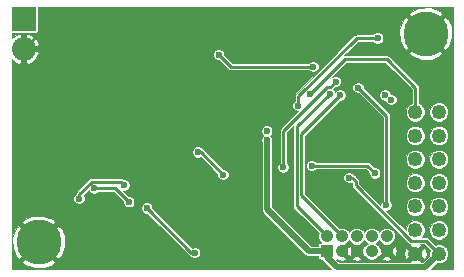
<source format=gbl>
G04 #@! TF.FileFunction,Copper,L2,Bot,Signal*
%FSLAX46Y46*%
G04 Gerber Fmt 4.6, Leading zero omitted, Abs format (unit mm)*
G04 Created by KiCad (PCBNEW 0.201512051502+6347~38~ubuntu15.10.1-stable) date Sun 06 Dec 2015 10:28:51 PM EST*
%MOMM*%
G01*
G04 APERTURE LIST*
%ADD10C,0.100000*%
%ADD11R,1.050000X1.050000*%
%ADD12C,1.050000*%
%ADD13R,2.032000X2.032000*%
%ADD14O,2.032000X2.032000*%
%ADD15C,1.250000*%
%ADD16C,3.800000*%
%ADD17C,0.600000*%
%ADD18C,0.250000*%
%ADD19C,0.350000*%
%ADD20C,0.500000*%
%ADD21C,0.125000*%
G04 APERTURE END LIST*
D10*
D11*
X156210000Y-107696000D03*
D12*
X157480000Y-107696000D03*
X158750000Y-107696000D03*
X160020000Y-107696000D03*
X161290000Y-107696000D03*
X157480000Y-106426000D03*
X158750000Y-106426000D03*
X160020000Y-106426000D03*
X161290000Y-106426000D03*
X156210000Y-106426000D03*
D13*
X130556000Y-88011000D03*
D14*
X130556000Y-90551000D03*
D15*
X165703000Y-107918000D03*
X163703000Y-107918000D03*
X165703000Y-105918000D03*
X163703000Y-105918000D03*
X165703000Y-103918000D03*
X163703000Y-103918000D03*
X165703000Y-101918000D03*
X163703000Y-101918000D03*
X165703000Y-99918000D03*
X163703000Y-99918000D03*
X165703000Y-97918000D03*
X163703000Y-97918000D03*
X165703000Y-95918000D03*
X163703000Y-95918000D03*
D16*
X131826000Y-106934000D03*
X164592000Y-89281000D03*
D17*
X161671000Y-94869000D03*
X161163000Y-94488000D03*
X154686000Y-99568000D03*
X154686000Y-98933000D03*
X154686000Y-98298000D03*
X149225000Y-94234000D03*
X149225000Y-94996000D03*
X140208000Y-106299000D03*
X139192000Y-106299000D03*
X139700000Y-106807000D03*
X140208000Y-107315000D03*
X135001000Y-87249000D03*
X134366000Y-87249000D03*
X133731000Y-87249000D03*
X149987000Y-87376000D03*
X149352000Y-87376000D03*
X148717000Y-87376000D03*
X148082000Y-87376000D03*
X140843000Y-102362000D03*
X142367000Y-100076000D03*
X142367000Y-99314000D03*
X143129000Y-99314000D03*
X151892000Y-101219000D03*
X152235828Y-101800706D03*
X149352000Y-102108000D03*
X149860000Y-102616000D03*
X150241000Y-103251000D03*
X152527000Y-108966000D03*
X153162000Y-108966000D03*
X153797000Y-108966000D03*
X154432000Y-108966000D03*
X147193000Y-106045000D03*
X146685000Y-105283000D03*
X147447000Y-105283000D03*
X139446000Y-93472000D03*
X140081000Y-93218000D03*
X140208000Y-93853000D03*
X143226000Y-103916000D03*
X144526000Y-103916000D03*
X144526000Y-102616000D03*
X143226000Y-102616000D03*
X148209000Y-98298000D03*
X148844000Y-98298000D03*
X158877000Y-97208000D03*
X157152000Y-97208000D03*
X157152000Y-98933000D03*
X158877000Y-98933000D03*
X145288000Y-99314000D03*
X147447000Y-101219000D03*
X151130000Y-98298000D03*
X151130000Y-97536000D03*
X158115000Y-101473000D03*
X145034000Y-107823000D03*
X140970000Y-104041010D03*
X154813000Y-94361000D03*
X156464000Y-94361000D03*
X157353000Y-94488000D03*
X161250262Y-103798738D03*
X158877000Y-93853000D03*
X153797000Y-95377000D03*
X160528000Y-89662000D03*
X152527000Y-100584000D03*
X156965034Y-93338863D03*
X160274000Y-101092000D03*
X154940000Y-100457000D03*
X139446000Y-103516000D03*
X136525000Y-102362000D03*
X135255000Y-103251000D03*
X139065000Y-102108000D03*
X147066000Y-91059000D03*
X155067000Y-92075000D03*
D18*
X130556000Y-90551000D02*
X133731000Y-87376000D01*
X133731000Y-87376000D02*
X133731000Y-87249000D01*
X154686000Y-98298000D02*
X154686000Y-98933000D01*
X149225000Y-94996000D02*
X149225000Y-94234000D01*
X139192000Y-106299000D02*
X140208000Y-106299000D01*
X140208000Y-107315000D02*
X139700000Y-106807000D01*
X134366000Y-87249000D02*
X135001000Y-87249000D01*
X149352000Y-87376000D02*
X149987000Y-87376000D01*
X148082000Y-87376000D02*
X148717000Y-87376000D01*
X143129000Y-99314000D02*
X142367000Y-99314000D01*
X152235828Y-101800706D02*
X152235828Y-101562828D01*
X152235828Y-101562828D02*
X151892000Y-101219000D01*
X150241000Y-103251000D02*
X150241000Y-102997000D01*
X150241000Y-102997000D02*
X149860000Y-102616000D01*
X153162000Y-108966000D02*
X152527000Y-108966000D01*
X154432000Y-108966000D02*
X153797000Y-108966000D01*
X147447000Y-105283000D02*
X146685000Y-105283000D01*
D19*
X140208000Y-93853000D02*
X140208000Y-93345000D01*
X140208000Y-93345000D02*
X140081000Y-93218000D01*
D18*
X147447000Y-101219000D02*
X145542000Y-99314000D01*
X145542000Y-99314000D02*
X145288000Y-99314000D01*
X158115000Y-101473000D02*
X158369000Y-101473000D01*
D20*
X156210000Y-107696000D02*
X156210000Y-108229002D01*
X151130000Y-104149000D02*
X154677000Y-107696000D01*
X154677000Y-107696000D02*
X156210000Y-107696000D01*
X156210000Y-108204000D02*
X156210000Y-108229002D01*
X156210000Y-108229002D02*
X157059999Y-109079001D01*
X157059999Y-109079001D02*
X164541999Y-109079001D01*
X164541999Y-109079001D02*
X165078001Y-108542999D01*
X165078001Y-108542999D02*
X165703000Y-107918000D01*
X151130000Y-98298000D02*
X151130000Y-104149000D01*
D18*
X158369000Y-101473000D02*
X158668999Y-101772999D01*
X158668999Y-101772999D02*
X158668999Y-102142001D01*
X158668999Y-102142001D02*
X163333998Y-106807000D01*
X163333998Y-106807000D02*
X164592000Y-106807000D01*
X164592000Y-106807000D02*
X165078001Y-107293001D01*
X165078001Y-107293001D02*
X165703000Y-107918000D01*
X140970000Y-104041010D02*
X144751990Y-107823000D01*
X144751990Y-107823000D02*
X145034000Y-107823000D01*
X161290000Y-91440000D02*
X163703000Y-93853000D01*
X163703000Y-93853000D02*
X163703000Y-95918000D01*
X154813000Y-94361000D02*
X157734000Y-91440000D01*
X157734000Y-91440000D02*
X161290000Y-91440000D01*
X153683989Y-97141011D02*
X153683989Y-103899989D01*
X153683989Y-103899989D02*
X156210000Y-106426000D01*
X153683989Y-97141011D02*
X156464000Y-94361000D01*
X154033999Y-97807001D02*
X154033999Y-102979999D01*
X154033999Y-102979999D02*
X157480000Y-106426000D01*
X154033999Y-97807001D02*
X157353000Y-94488000D01*
X158877000Y-93853000D02*
X161250262Y-96226262D01*
X161250262Y-96226262D02*
X161250262Y-103798738D01*
X160528000Y-89662000D02*
X158734998Y-89662000D01*
X158734998Y-89662000D02*
X153797000Y-94599998D01*
X153797000Y-94599998D02*
X153797000Y-95377000D01*
X152527000Y-97520998D02*
X152527000Y-100584000D01*
X156211999Y-93835999D02*
X156467898Y-93835999D01*
X156467898Y-93835999D02*
X156965034Y-93338863D01*
X152527000Y-97520998D02*
X156211999Y-93835999D01*
X159639000Y-100457000D02*
X154940000Y-100457000D01*
X160274000Y-101092000D02*
X159639000Y-100457000D01*
X136525000Y-102362000D02*
X138292000Y-102362000D01*
X138292000Y-102362000D02*
X139446000Y-103516000D01*
X139065000Y-102108000D02*
X138765001Y-101808001D01*
X135255000Y-102854998D02*
X135255000Y-103251000D01*
X138765001Y-101808001D02*
X136301997Y-101808001D01*
X136301997Y-101808001D02*
X135255000Y-102854998D01*
X155067000Y-92075000D02*
X148082000Y-92075000D01*
X148082000Y-92075000D02*
X147066000Y-91059000D01*
D21*
G36*
X166869500Y-109211500D02*
X165028218Y-109211500D01*
X165518547Y-108721171D01*
X165540675Y-108730359D01*
X165863907Y-108730641D01*
X166162643Y-108607206D01*
X166391402Y-108378845D01*
X166515359Y-108080325D01*
X166515641Y-107757093D01*
X166392206Y-107458357D01*
X166163845Y-107229598D01*
X165865325Y-107105641D01*
X165542093Y-107105359D01*
X165393640Y-107166698D01*
X164812971Y-106586029D01*
X164784646Y-106567103D01*
X164711589Y-106518288D01*
X164592000Y-106494500D01*
X164275545Y-106494500D01*
X164391402Y-106378845D01*
X164515359Y-106080325D01*
X164515360Y-106078907D01*
X164890359Y-106078907D01*
X165013794Y-106377643D01*
X165242155Y-106606402D01*
X165540675Y-106730359D01*
X165863907Y-106730641D01*
X166162643Y-106607206D01*
X166391402Y-106378845D01*
X166515359Y-106080325D01*
X166515641Y-105757093D01*
X166392206Y-105458357D01*
X166163845Y-105229598D01*
X165865325Y-105105641D01*
X165542093Y-105105359D01*
X165243357Y-105228794D01*
X165014598Y-105457155D01*
X164890641Y-105755675D01*
X164890359Y-106078907D01*
X164515360Y-106078907D01*
X164515641Y-105757093D01*
X164392206Y-105458357D01*
X164163845Y-105229598D01*
X163865325Y-105105641D01*
X163542093Y-105105359D01*
X163243357Y-105228794D01*
X163014598Y-105457155D01*
X162890641Y-105755675D01*
X162890496Y-105921556D01*
X161255183Y-104286243D01*
X161346806Y-104286323D01*
X161526048Y-104212262D01*
X161659635Y-104078907D01*
X162890359Y-104078907D01*
X163013794Y-104377643D01*
X163242155Y-104606402D01*
X163540675Y-104730359D01*
X163863907Y-104730641D01*
X164162643Y-104607206D01*
X164391402Y-104378845D01*
X164515359Y-104080325D01*
X164515360Y-104078907D01*
X164890359Y-104078907D01*
X165013794Y-104377643D01*
X165242155Y-104606402D01*
X165540675Y-104730359D01*
X165863907Y-104730641D01*
X166162643Y-104607206D01*
X166391402Y-104378845D01*
X166515359Y-104080325D01*
X166515641Y-103757093D01*
X166392206Y-103458357D01*
X166163845Y-103229598D01*
X165865325Y-103105641D01*
X165542093Y-103105359D01*
X165243357Y-103228794D01*
X165014598Y-103457155D01*
X164890641Y-103755675D01*
X164890359Y-104078907D01*
X164515360Y-104078907D01*
X164515641Y-103757093D01*
X164392206Y-103458357D01*
X164163845Y-103229598D01*
X163865325Y-103105641D01*
X163542093Y-103105359D01*
X163243357Y-103228794D01*
X163014598Y-103457155D01*
X162890641Y-103755675D01*
X162890359Y-104078907D01*
X161659635Y-104078907D01*
X161663304Y-104075245D01*
X161737677Y-103896133D01*
X161737847Y-103702194D01*
X161663786Y-103522952D01*
X161562762Y-103421752D01*
X161562762Y-102078907D01*
X162890359Y-102078907D01*
X163013794Y-102377643D01*
X163242155Y-102606402D01*
X163540675Y-102730359D01*
X163863907Y-102730641D01*
X164162643Y-102607206D01*
X164391402Y-102378845D01*
X164515359Y-102080325D01*
X164515360Y-102078907D01*
X164890359Y-102078907D01*
X165013794Y-102377643D01*
X165242155Y-102606402D01*
X165540675Y-102730359D01*
X165863907Y-102730641D01*
X166162643Y-102607206D01*
X166391402Y-102378845D01*
X166515359Y-102080325D01*
X166515641Y-101757093D01*
X166392206Y-101458357D01*
X166163845Y-101229598D01*
X165865325Y-101105641D01*
X165542093Y-101105359D01*
X165243357Y-101228794D01*
X165014598Y-101457155D01*
X164890641Y-101755675D01*
X164890359Y-102078907D01*
X164515360Y-102078907D01*
X164515641Y-101757093D01*
X164392206Y-101458357D01*
X164163845Y-101229598D01*
X163865325Y-101105641D01*
X163542093Y-101105359D01*
X163243357Y-101228794D01*
X163014598Y-101457155D01*
X162890641Y-101755675D01*
X162890359Y-102078907D01*
X161562762Y-102078907D01*
X161562762Y-100078907D01*
X162890359Y-100078907D01*
X163013794Y-100377643D01*
X163242155Y-100606402D01*
X163540675Y-100730359D01*
X163863907Y-100730641D01*
X164162643Y-100607206D01*
X164391402Y-100378845D01*
X164515359Y-100080325D01*
X164515360Y-100078907D01*
X164890359Y-100078907D01*
X165013794Y-100377643D01*
X165242155Y-100606402D01*
X165540675Y-100730359D01*
X165863907Y-100730641D01*
X166162643Y-100607206D01*
X166391402Y-100378845D01*
X166515359Y-100080325D01*
X166515641Y-99757093D01*
X166392206Y-99458357D01*
X166163845Y-99229598D01*
X165865325Y-99105641D01*
X165542093Y-99105359D01*
X165243357Y-99228794D01*
X165014598Y-99457155D01*
X164890641Y-99755675D01*
X164890359Y-100078907D01*
X164515360Y-100078907D01*
X164515641Y-99757093D01*
X164392206Y-99458357D01*
X164163845Y-99229598D01*
X163865325Y-99105641D01*
X163542093Y-99105359D01*
X163243357Y-99228794D01*
X163014598Y-99457155D01*
X162890641Y-99755675D01*
X162890359Y-100078907D01*
X161562762Y-100078907D01*
X161562762Y-98078907D01*
X162890359Y-98078907D01*
X163013794Y-98377643D01*
X163242155Y-98606402D01*
X163540675Y-98730359D01*
X163863907Y-98730641D01*
X164162643Y-98607206D01*
X164391402Y-98378845D01*
X164515359Y-98080325D01*
X164515360Y-98078907D01*
X164890359Y-98078907D01*
X165013794Y-98377643D01*
X165242155Y-98606402D01*
X165540675Y-98730359D01*
X165863907Y-98730641D01*
X166162643Y-98607206D01*
X166391402Y-98378845D01*
X166515359Y-98080325D01*
X166515641Y-97757093D01*
X166392206Y-97458357D01*
X166163845Y-97229598D01*
X165865325Y-97105641D01*
X165542093Y-97105359D01*
X165243357Y-97228794D01*
X165014598Y-97457155D01*
X164890641Y-97755675D01*
X164890359Y-98078907D01*
X164515360Y-98078907D01*
X164515641Y-97757093D01*
X164392206Y-97458357D01*
X164163845Y-97229598D01*
X163865325Y-97105641D01*
X163542093Y-97105359D01*
X163243357Y-97228794D01*
X163014598Y-97457155D01*
X162890641Y-97755675D01*
X162890359Y-98078907D01*
X161562762Y-98078907D01*
X161562762Y-96226262D01*
X161538974Y-96106673D01*
X161471233Y-96005291D01*
X160050486Y-94584544D01*
X160675415Y-94584544D01*
X160749476Y-94763786D01*
X160886493Y-94901042D01*
X161065605Y-94975415D01*
X161187538Y-94975522D01*
X161257476Y-95144786D01*
X161394493Y-95282042D01*
X161573605Y-95356415D01*
X161767544Y-95356585D01*
X161946786Y-95282524D01*
X162084042Y-95145507D01*
X162158415Y-94966395D01*
X162158585Y-94772456D01*
X162084524Y-94593214D01*
X161947507Y-94455958D01*
X161768395Y-94381585D01*
X161646462Y-94381478D01*
X161576524Y-94212214D01*
X161439507Y-94074958D01*
X161260395Y-94000585D01*
X161066456Y-94000415D01*
X160887214Y-94074476D01*
X160749958Y-94211493D01*
X160675585Y-94390605D01*
X160675415Y-94584544D01*
X160050486Y-94584544D01*
X159364460Y-93898518D01*
X159364585Y-93756456D01*
X159290524Y-93577214D01*
X159153507Y-93439958D01*
X158974395Y-93365585D01*
X158780456Y-93365415D01*
X158601214Y-93439476D01*
X158463958Y-93576493D01*
X158389585Y-93755605D01*
X158389415Y-93949544D01*
X158463476Y-94128786D01*
X158600493Y-94266042D01*
X158779605Y-94340415D01*
X158922598Y-94340540D01*
X160937762Y-96355704D01*
X160937762Y-103421864D01*
X160837220Y-103522231D01*
X160762847Y-103701343D01*
X160762766Y-103793826D01*
X158981499Y-102012559D01*
X158981499Y-101772999D01*
X158976683Y-101748786D01*
X158957712Y-101653411D01*
X158889970Y-101552028D01*
X158589971Y-101252029D01*
X158540539Y-101219000D01*
X158536376Y-101216218D01*
X158528524Y-101197214D01*
X158391507Y-101059958D01*
X158212395Y-100985585D01*
X158018456Y-100985415D01*
X157839214Y-101059476D01*
X157701958Y-101196493D01*
X157627585Y-101375605D01*
X157627415Y-101569544D01*
X157701476Y-101748786D01*
X157838493Y-101886042D01*
X158017605Y-101960415D01*
X158211544Y-101960585D01*
X158355261Y-101901203D01*
X158356499Y-101902441D01*
X158356499Y-102142001D01*
X158380287Y-102261590D01*
X158447379Y-102362000D01*
X158448028Y-102362972D01*
X163113027Y-107027971D01*
X163214410Y-107095713D01*
X163269407Y-107106652D01*
X163230475Y-107174653D01*
X163703000Y-107647178D01*
X164175525Y-107174653D01*
X164143949Y-107119500D01*
X164462558Y-107119500D01*
X164951696Y-107608638D01*
X164890641Y-107755675D01*
X164890359Y-108078907D01*
X164900012Y-108102270D01*
X164360781Y-108641501D01*
X164155679Y-108641501D01*
X163703000Y-108188822D01*
X163250321Y-108641501D01*
X157241217Y-108641501D01*
X157023270Y-108423554D01*
X157081580Y-108365245D01*
X157143337Y-108485176D01*
X157470969Y-108553938D01*
X157799976Y-108492088D01*
X157816663Y-108485176D01*
X157878421Y-108365243D01*
X158351579Y-108365243D01*
X158413337Y-108485176D01*
X158740969Y-108553938D01*
X159069976Y-108492088D01*
X159086663Y-108485176D01*
X159148421Y-108365243D01*
X158750000Y-107966822D01*
X158351579Y-108365243D01*
X157878421Y-108365243D01*
X157480000Y-107966822D01*
X157465858Y-107980964D01*
X157195036Y-107710142D01*
X157209178Y-107696000D01*
X157750822Y-107696000D01*
X157926852Y-107872030D01*
X157953912Y-108015976D01*
X157960824Y-108032663D01*
X158080757Y-108094421D01*
X158115000Y-108060178D01*
X158149243Y-108094421D01*
X158269176Y-108032663D01*
X158302820Y-107872358D01*
X158479178Y-107696000D01*
X158303148Y-107519970D01*
X158276088Y-107376024D01*
X158269176Y-107359337D01*
X158149243Y-107297579D01*
X158115000Y-107331822D01*
X158080757Y-107297579D01*
X157960824Y-107359337D01*
X157927180Y-107519642D01*
X157750822Y-107696000D01*
X157209178Y-107696000D01*
X157195036Y-107681858D01*
X157465858Y-107411036D01*
X157480000Y-107425178D01*
X157868970Y-107036208D01*
X157883072Y-107030381D01*
X158083676Y-106830126D01*
X158114942Y-106754828D01*
X158145619Y-106829072D01*
X158345874Y-107029676D01*
X158360622Y-107035800D01*
X158750000Y-107425178D01*
X159138970Y-107036208D01*
X159153072Y-107030381D01*
X159353676Y-106830126D01*
X159384942Y-106754828D01*
X159415619Y-106829072D01*
X159615874Y-107029676D01*
X159691172Y-107060942D01*
X159616928Y-107091619D01*
X159416324Y-107291874D01*
X159410200Y-107306622D01*
X159020822Y-107696000D01*
X159409792Y-108084970D01*
X159415619Y-108099072D01*
X159615874Y-108299676D01*
X159877653Y-108408376D01*
X160161103Y-108408624D01*
X160266093Y-108365243D01*
X160891579Y-108365243D01*
X160953337Y-108485176D01*
X161280969Y-108553938D01*
X161609976Y-108492088D01*
X161626663Y-108485176D01*
X161688421Y-108365243D01*
X161290000Y-107966822D01*
X160891579Y-108365243D01*
X160266093Y-108365243D01*
X160423072Y-108300381D01*
X160623676Y-108100126D01*
X160629800Y-108085378D01*
X161019178Y-107696000D01*
X161560822Y-107696000D01*
X161959243Y-108094421D01*
X162079176Y-108032663D01*
X162110247Y-107884618D01*
X162743635Y-107884618D01*
X162803888Y-108254292D01*
X162829437Y-108315974D01*
X162959653Y-108390525D01*
X163432178Y-107918000D01*
X163973822Y-107918000D01*
X164446347Y-108390525D01*
X164576563Y-108315974D01*
X164662365Y-107951382D01*
X164602112Y-107581708D01*
X164576563Y-107520026D01*
X164446347Y-107445475D01*
X163973822Y-107918000D01*
X163432178Y-107918000D01*
X162959653Y-107445475D01*
X162829437Y-107520026D01*
X162743635Y-107884618D01*
X162110247Y-107884618D01*
X162147938Y-107705031D01*
X162086088Y-107376024D01*
X162079176Y-107359337D01*
X161959243Y-107297579D01*
X161560822Y-107696000D01*
X161019178Y-107696000D01*
X160630208Y-107307030D01*
X160624381Y-107292928D01*
X160424126Y-107092324D01*
X160348828Y-107061058D01*
X160423072Y-107030381D01*
X160623676Y-106830126D01*
X160654942Y-106754828D01*
X160685619Y-106829072D01*
X160885874Y-107029676D01*
X160900622Y-107035800D01*
X161290000Y-107425178D01*
X161678970Y-107036208D01*
X161693072Y-107030381D01*
X161893676Y-106830126D01*
X162002376Y-106568347D01*
X162002624Y-106284897D01*
X161894381Y-106022928D01*
X161694126Y-105822324D01*
X161432347Y-105713624D01*
X161148897Y-105713376D01*
X160886928Y-105821619D01*
X160686324Y-106021874D01*
X160655058Y-106097172D01*
X160624381Y-106022928D01*
X160424126Y-105822324D01*
X160162347Y-105713624D01*
X159878897Y-105713376D01*
X159616928Y-105821619D01*
X159416324Y-106021874D01*
X159385058Y-106097172D01*
X159354381Y-106022928D01*
X159154126Y-105822324D01*
X158892347Y-105713624D01*
X158608897Y-105713376D01*
X158346928Y-105821619D01*
X158146324Y-106021874D01*
X158115058Y-106097172D01*
X158084381Y-106022928D01*
X157884126Y-105822324D01*
X157622347Y-105713624D01*
X157338897Y-105713376D01*
X157247204Y-105751262D01*
X154346499Y-102850557D01*
X154346499Y-100553544D01*
X154452415Y-100553544D01*
X154526476Y-100732786D01*
X154663493Y-100870042D01*
X154842605Y-100944415D01*
X155036544Y-100944585D01*
X155215786Y-100870524D01*
X155316986Y-100769500D01*
X159509558Y-100769500D01*
X159786540Y-101046482D01*
X159786415Y-101188544D01*
X159860476Y-101367786D01*
X159997493Y-101505042D01*
X160176605Y-101579415D01*
X160370544Y-101579585D01*
X160549786Y-101505524D01*
X160687042Y-101368507D01*
X160761415Y-101189395D01*
X160761585Y-100995456D01*
X160687524Y-100816214D01*
X160550507Y-100678958D01*
X160371395Y-100604585D01*
X160228402Y-100604460D01*
X159859971Y-100236029D01*
X159758589Y-100168288D01*
X159639000Y-100144500D01*
X155316874Y-100144500D01*
X155216507Y-100043958D01*
X155037395Y-99969585D01*
X154843456Y-99969415D01*
X154664214Y-100043476D01*
X154526958Y-100180493D01*
X154452585Y-100359605D01*
X154452415Y-100553544D01*
X154346499Y-100553544D01*
X154346499Y-97936443D01*
X157307482Y-94975460D01*
X157449544Y-94975585D01*
X157628786Y-94901524D01*
X157766042Y-94764507D01*
X157840415Y-94585395D01*
X157840585Y-94391456D01*
X157766524Y-94212214D01*
X157629507Y-94074958D01*
X157450395Y-94000585D01*
X157256456Y-94000415D01*
X157077214Y-94074476D01*
X156939958Y-94211493D01*
X156934817Y-94223874D01*
X156877524Y-94085214D01*
X156769169Y-93976670D01*
X156919516Y-93826323D01*
X157061578Y-93826448D01*
X157240820Y-93752387D01*
X157378076Y-93615370D01*
X157452449Y-93436258D01*
X157452619Y-93242319D01*
X157378558Y-93063077D01*
X157241541Y-92925821D01*
X157062429Y-92851448D01*
X156868490Y-92851278D01*
X156691557Y-92924385D01*
X157863442Y-91752500D01*
X161160558Y-91752500D01*
X163390500Y-93982442D01*
X163390500Y-95167996D01*
X163243357Y-95228794D01*
X163014598Y-95457155D01*
X162890641Y-95755675D01*
X162890359Y-96078907D01*
X163013794Y-96377643D01*
X163242155Y-96606402D01*
X163540675Y-96730359D01*
X163863907Y-96730641D01*
X164162643Y-96607206D01*
X164391402Y-96378845D01*
X164515359Y-96080325D01*
X164515360Y-96078907D01*
X164890359Y-96078907D01*
X165013794Y-96377643D01*
X165242155Y-96606402D01*
X165540675Y-96730359D01*
X165863907Y-96730641D01*
X166162643Y-96607206D01*
X166391402Y-96378845D01*
X166515359Y-96080325D01*
X166515641Y-95757093D01*
X166392206Y-95458357D01*
X166163845Y-95229598D01*
X165865325Y-95105641D01*
X165542093Y-95105359D01*
X165243357Y-95228794D01*
X165014598Y-95457155D01*
X164890641Y-95755675D01*
X164890359Y-96078907D01*
X164515360Y-96078907D01*
X164515641Y-95757093D01*
X164392206Y-95458357D01*
X164163845Y-95229598D01*
X164015500Y-95167999D01*
X164015500Y-93853000D01*
X163991712Y-93733411D01*
X163923971Y-93632029D01*
X161510971Y-91219029D01*
X161505393Y-91215302D01*
X161409589Y-91151288D01*
X161290000Y-91127500D01*
X157734000Y-91127500D01*
X157705838Y-91133102D01*
X157886428Y-90952512D01*
X163191310Y-90952512D01*
X163423355Y-91215302D01*
X164252538Y-91515283D01*
X165133401Y-91475115D01*
X165760645Y-91215302D01*
X165992690Y-90952512D01*
X164592000Y-89551822D01*
X163191310Y-90952512D01*
X157886428Y-90952512D01*
X158864440Y-89974500D01*
X160151126Y-89974500D01*
X160251493Y-90075042D01*
X160430605Y-90149415D01*
X160624544Y-90149585D01*
X160803786Y-90075524D01*
X160941042Y-89938507D01*
X161015415Y-89759395D01*
X161015585Y-89565456D01*
X160941524Y-89386214D01*
X160804507Y-89248958D01*
X160625395Y-89174585D01*
X160431456Y-89174415D01*
X160252214Y-89248476D01*
X160151014Y-89349500D01*
X158734998Y-89349500D01*
X158615410Y-89373287D01*
X158514027Y-89441029D01*
X153576029Y-94379027D01*
X153508288Y-94480409D01*
X153484500Y-94599998D01*
X153484500Y-95000126D01*
X153383958Y-95100493D01*
X153309585Y-95279605D01*
X153309415Y-95473544D01*
X153383476Y-95652786D01*
X153520493Y-95790042D01*
X153699605Y-95864415D01*
X153741604Y-95864452D01*
X152306029Y-97300027D01*
X152238288Y-97401409D01*
X152214500Y-97520998D01*
X152214500Y-100207126D01*
X152113958Y-100307493D01*
X152039585Y-100486605D01*
X152039415Y-100680544D01*
X152113476Y-100859786D01*
X152250493Y-100997042D01*
X152429605Y-101071415D01*
X152623544Y-101071585D01*
X152802786Y-100997524D01*
X152940042Y-100860507D01*
X153014415Y-100681395D01*
X153014585Y-100487456D01*
X152940524Y-100308214D01*
X152839500Y-100207014D01*
X152839500Y-97650440D01*
X153377091Y-97112849D01*
X153371489Y-97141011D01*
X153371489Y-103899989D01*
X153395277Y-104019578D01*
X153456522Y-104111238D01*
X153463018Y-104120960D01*
X155535205Y-106193147D01*
X155497624Y-106283653D01*
X155497376Y-106567103D01*
X155605619Y-106829072D01*
X155756112Y-106979827D01*
X155685000Y-106979827D01*
X155615517Y-106992901D01*
X155551701Y-107033966D01*
X155508889Y-107096623D01*
X155493827Y-107171000D01*
X155493827Y-107258500D01*
X154858219Y-107258500D01*
X151567500Y-103967782D01*
X151567500Y-98515605D01*
X151617415Y-98395395D01*
X151617585Y-98201456D01*
X151543524Y-98022214D01*
X151438430Y-97916937D01*
X151543042Y-97812507D01*
X151617415Y-97633395D01*
X151617585Y-97439456D01*
X151543524Y-97260214D01*
X151406507Y-97122958D01*
X151227395Y-97048585D01*
X151033456Y-97048415D01*
X150854214Y-97122476D01*
X150716958Y-97259493D01*
X150642585Y-97438605D01*
X150642415Y-97632544D01*
X150716476Y-97811786D01*
X150821570Y-97917063D01*
X150716958Y-98021493D01*
X150642585Y-98200605D01*
X150642415Y-98394544D01*
X150692500Y-98515759D01*
X150692500Y-104149000D01*
X150725803Y-104316424D01*
X150820641Y-104458359D01*
X154367641Y-108005360D01*
X154451779Y-108061578D01*
X154509576Y-108100197D01*
X154677000Y-108133500D01*
X155493827Y-108133500D01*
X155493827Y-108221000D01*
X155506901Y-108290483D01*
X155547966Y-108354299D01*
X155610623Y-108397111D01*
X155685000Y-108412173D01*
X155816325Y-108412173D01*
X155900641Y-108538361D01*
X156573780Y-109211500D01*
X129548500Y-109211500D01*
X129548500Y-108605512D01*
X130425310Y-108605512D01*
X130657355Y-108868302D01*
X131486538Y-109168283D01*
X132367401Y-109128115D01*
X132994645Y-108868302D01*
X133226690Y-108605512D01*
X131826000Y-107204822D01*
X130425310Y-108605512D01*
X129548500Y-108605512D01*
X129548500Y-106594538D01*
X129591717Y-106594538D01*
X129631885Y-107475401D01*
X129891698Y-108102645D01*
X130154488Y-108334690D01*
X131555178Y-106934000D01*
X132096822Y-106934000D01*
X133497512Y-108334690D01*
X133760302Y-108102645D01*
X134060283Y-107273462D01*
X134020115Y-106392599D01*
X133760302Y-105765355D01*
X133497512Y-105533310D01*
X132096822Y-106934000D01*
X131555178Y-106934000D01*
X130154488Y-105533310D01*
X129891698Y-105765355D01*
X129591717Y-106594538D01*
X129548500Y-106594538D01*
X129548500Y-105262488D01*
X130425310Y-105262488D01*
X131826000Y-106663178D01*
X133226690Y-105262488D01*
X132994645Y-104999698D01*
X132165462Y-104699717D01*
X131284599Y-104739885D01*
X130657355Y-104999698D01*
X130425310Y-105262488D01*
X129548500Y-105262488D01*
X129548500Y-104137554D01*
X140482415Y-104137554D01*
X140556476Y-104316796D01*
X140693493Y-104454052D01*
X140872605Y-104528425D01*
X141015598Y-104528550D01*
X144531019Y-108043971D01*
X144632402Y-108111713D01*
X144633623Y-108111956D01*
X144757493Y-108236042D01*
X144936605Y-108310415D01*
X145130544Y-108310585D01*
X145309786Y-108236524D01*
X145447042Y-108099507D01*
X145521415Y-107920395D01*
X145521585Y-107726456D01*
X145447524Y-107547214D01*
X145310507Y-107409958D01*
X145131395Y-107335585D01*
X144937456Y-107335415D01*
X144773919Y-107402987D01*
X141457460Y-104086528D01*
X141457585Y-103944466D01*
X141383524Y-103765224D01*
X141246507Y-103627968D01*
X141067395Y-103553595D01*
X140873456Y-103553425D01*
X140694214Y-103627486D01*
X140556958Y-103764503D01*
X140482585Y-103943615D01*
X140482415Y-104137554D01*
X129548500Y-104137554D01*
X129548500Y-103347544D01*
X134767415Y-103347544D01*
X134841476Y-103526786D01*
X134978493Y-103664042D01*
X135157605Y-103738415D01*
X135351544Y-103738585D01*
X135530786Y-103664524D01*
X135668042Y-103527507D01*
X135742415Y-103348395D01*
X135742585Y-103154456D01*
X135668524Y-102975214D01*
X135622665Y-102929275D01*
X136053783Y-102498157D01*
X136111476Y-102637786D01*
X136248493Y-102775042D01*
X136427605Y-102849415D01*
X136621544Y-102849585D01*
X136800786Y-102775524D01*
X136901986Y-102674500D01*
X138162558Y-102674500D01*
X138958540Y-103470482D01*
X138958415Y-103612544D01*
X139032476Y-103791786D01*
X139169493Y-103929042D01*
X139348605Y-104003415D01*
X139542544Y-104003585D01*
X139721786Y-103929524D01*
X139859042Y-103792507D01*
X139933415Y-103613395D01*
X139933585Y-103419456D01*
X139859524Y-103240214D01*
X139722507Y-103102958D01*
X139543395Y-103028585D01*
X139400402Y-103028460D01*
X138967181Y-102595239D01*
X138967605Y-102595415D01*
X139161544Y-102595585D01*
X139340786Y-102521524D01*
X139478042Y-102384507D01*
X139552415Y-102205395D01*
X139552585Y-102011456D01*
X139478524Y-101832214D01*
X139341507Y-101694958D01*
X139162395Y-101620585D01*
X139019402Y-101620460D01*
X138985972Y-101587030D01*
X138959802Y-101569544D01*
X138884590Y-101519289D01*
X138765001Y-101495501D01*
X136301997Y-101495501D01*
X136182408Y-101519289D01*
X136107196Y-101569544D01*
X136081026Y-101587030D01*
X135034029Y-102634027D01*
X134966288Y-102735409D01*
X134942500Y-102854998D01*
X134942500Y-102874126D01*
X134841958Y-102974493D01*
X134767585Y-103153605D01*
X134767415Y-103347544D01*
X129548500Y-103347544D01*
X129548500Y-99410544D01*
X144800415Y-99410544D01*
X144874476Y-99589786D01*
X145011493Y-99727042D01*
X145190605Y-99801415D01*
X145384544Y-99801585D01*
X145528261Y-99742203D01*
X146959540Y-101173482D01*
X146959415Y-101315544D01*
X147033476Y-101494786D01*
X147170493Y-101632042D01*
X147349605Y-101706415D01*
X147543544Y-101706585D01*
X147722786Y-101632524D01*
X147860042Y-101495507D01*
X147934415Y-101316395D01*
X147934585Y-101122456D01*
X147860524Y-100943214D01*
X147723507Y-100805958D01*
X147544395Y-100731585D01*
X147401402Y-100731460D01*
X145762971Y-99093029D01*
X145709376Y-99057218D01*
X145701524Y-99038214D01*
X145564507Y-98900958D01*
X145385395Y-98826585D01*
X145191456Y-98826415D01*
X145012214Y-98900476D01*
X144874958Y-99037493D01*
X144800585Y-99216605D01*
X144800415Y-99410544D01*
X129548500Y-99410544D01*
X129548500Y-91416893D01*
X129935823Y-91730399D01*
X130160573Y-91823476D01*
X130364500Y-91789659D01*
X130364500Y-90742500D01*
X130747500Y-90742500D01*
X130747500Y-91789659D01*
X130951427Y-91823476D01*
X131176177Y-91730399D01*
X131580305Y-91403291D01*
X131714892Y-91155544D01*
X146578415Y-91155544D01*
X146652476Y-91334786D01*
X146789493Y-91472042D01*
X146968605Y-91546415D01*
X147111598Y-91546540D01*
X147861029Y-92295971D01*
X147962411Y-92363712D01*
X148082000Y-92387500D01*
X154690126Y-92387500D01*
X154790493Y-92488042D01*
X154969605Y-92562415D01*
X155163544Y-92562585D01*
X155342786Y-92488524D01*
X155480042Y-92351507D01*
X155554415Y-92172395D01*
X155554585Y-91978456D01*
X155480524Y-91799214D01*
X155343507Y-91661958D01*
X155164395Y-91587585D01*
X154970456Y-91587415D01*
X154791214Y-91661476D01*
X154690014Y-91762500D01*
X148211442Y-91762500D01*
X147553460Y-91104518D01*
X147553585Y-90962456D01*
X147479524Y-90783214D01*
X147342507Y-90645958D01*
X147163395Y-90571585D01*
X146969456Y-90571415D01*
X146790214Y-90645476D01*
X146652958Y-90782493D01*
X146578585Y-90961605D01*
X146578415Y-91155544D01*
X131714892Y-91155544D01*
X131828492Y-90946430D01*
X131795559Y-90742500D01*
X130747500Y-90742500D01*
X130364500Y-90742500D01*
X130344500Y-90742500D01*
X130344500Y-90359500D01*
X130364500Y-90359500D01*
X130364500Y-89312341D01*
X130747500Y-89312341D01*
X130747500Y-90359500D01*
X131795559Y-90359500D01*
X131828492Y-90155570D01*
X131580305Y-89698709D01*
X131176177Y-89371601D01*
X130951427Y-89278524D01*
X130747500Y-89312341D01*
X130364500Y-89312341D01*
X130160573Y-89278524D01*
X129935823Y-89371601D01*
X129548500Y-89685107D01*
X129548500Y-89218173D01*
X131572000Y-89218173D01*
X131641483Y-89205099D01*
X131705299Y-89164034D01*
X131748111Y-89101377D01*
X131763173Y-89027000D01*
X131763173Y-88941538D01*
X162357717Y-88941538D01*
X162397885Y-89822401D01*
X162657698Y-90449645D01*
X162920488Y-90681690D01*
X164321178Y-89281000D01*
X164862822Y-89281000D01*
X166263512Y-90681690D01*
X166526302Y-90449645D01*
X166826283Y-89620462D01*
X166786115Y-88739599D01*
X166526302Y-88112355D01*
X166263512Y-87880310D01*
X164862822Y-89281000D01*
X164321178Y-89281000D01*
X162920488Y-87880310D01*
X162657698Y-88112355D01*
X162357717Y-88941538D01*
X131763173Y-88941538D01*
X131763173Y-87609488D01*
X163191310Y-87609488D01*
X164592000Y-89010178D01*
X165992690Y-87609488D01*
X165760645Y-87346698D01*
X164931462Y-87046717D01*
X164050599Y-87086885D01*
X163423355Y-87346698D01*
X163191310Y-87609488D01*
X131763173Y-87609488D01*
X131763173Y-87003500D01*
X166869500Y-87003500D01*
X166869500Y-109211500D01*
X166869500Y-109211500D01*
G37*
X166869500Y-109211500D02*
X165028218Y-109211500D01*
X165518547Y-108721171D01*
X165540675Y-108730359D01*
X165863907Y-108730641D01*
X166162643Y-108607206D01*
X166391402Y-108378845D01*
X166515359Y-108080325D01*
X166515641Y-107757093D01*
X166392206Y-107458357D01*
X166163845Y-107229598D01*
X165865325Y-107105641D01*
X165542093Y-107105359D01*
X165393640Y-107166698D01*
X164812971Y-106586029D01*
X164784646Y-106567103D01*
X164711589Y-106518288D01*
X164592000Y-106494500D01*
X164275545Y-106494500D01*
X164391402Y-106378845D01*
X164515359Y-106080325D01*
X164515360Y-106078907D01*
X164890359Y-106078907D01*
X165013794Y-106377643D01*
X165242155Y-106606402D01*
X165540675Y-106730359D01*
X165863907Y-106730641D01*
X166162643Y-106607206D01*
X166391402Y-106378845D01*
X166515359Y-106080325D01*
X166515641Y-105757093D01*
X166392206Y-105458357D01*
X166163845Y-105229598D01*
X165865325Y-105105641D01*
X165542093Y-105105359D01*
X165243357Y-105228794D01*
X165014598Y-105457155D01*
X164890641Y-105755675D01*
X164890359Y-106078907D01*
X164515360Y-106078907D01*
X164515641Y-105757093D01*
X164392206Y-105458357D01*
X164163845Y-105229598D01*
X163865325Y-105105641D01*
X163542093Y-105105359D01*
X163243357Y-105228794D01*
X163014598Y-105457155D01*
X162890641Y-105755675D01*
X162890496Y-105921556D01*
X161255183Y-104286243D01*
X161346806Y-104286323D01*
X161526048Y-104212262D01*
X161659635Y-104078907D01*
X162890359Y-104078907D01*
X163013794Y-104377643D01*
X163242155Y-104606402D01*
X163540675Y-104730359D01*
X163863907Y-104730641D01*
X164162643Y-104607206D01*
X164391402Y-104378845D01*
X164515359Y-104080325D01*
X164515360Y-104078907D01*
X164890359Y-104078907D01*
X165013794Y-104377643D01*
X165242155Y-104606402D01*
X165540675Y-104730359D01*
X165863907Y-104730641D01*
X166162643Y-104607206D01*
X166391402Y-104378845D01*
X166515359Y-104080325D01*
X166515641Y-103757093D01*
X166392206Y-103458357D01*
X166163845Y-103229598D01*
X165865325Y-103105641D01*
X165542093Y-103105359D01*
X165243357Y-103228794D01*
X165014598Y-103457155D01*
X164890641Y-103755675D01*
X164890359Y-104078907D01*
X164515360Y-104078907D01*
X164515641Y-103757093D01*
X164392206Y-103458357D01*
X164163845Y-103229598D01*
X163865325Y-103105641D01*
X163542093Y-103105359D01*
X163243357Y-103228794D01*
X163014598Y-103457155D01*
X162890641Y-103755675D01*
X162890359Y-104078907D01*
X161659635Y-104078907D01*
X161663304Y-104075245D01*
X161737677Y-103896133D01*
X161737847Y-103702194D01*
X161663786Y-103522952D01*
X161562762Y-103421752D01*
X161562762Y-102078907D01*
X162890359Y-102078907D01*
X163013794Y-102377643D01*
X163242155Y-102606402D01*
X163540675Y-102730359D01*
X163863907Y-102730641D01*
X164162643Y-102607206D01*
X164391402Y-102378845D01*
X164515359Y-102080325D01*
X164515360Y-102078907D01*
X164890359Y-102078907D01*
X165013794Y-102377643D01*
X165242155Y-102606402D01*
X165540675Y-102730359D01*
X165863907Y-102730641D01*
X166162643Y-102607206D01*
X166391402Y-102378845D01*
X166515359Y-102080325D01*
X166515641Y-101757093D01*
X166392206Y-101458357D01*
X166163845Y-101229598D01*
X165865325Y-101105641D01*
X165542093Y-101105359D01*
X165243357Y-101228794D01*
X165014598Y-101457155D01*
X164890641Y-101755675D01*
X164890359Y-102078907D01*
X164515360Y-102078907D01*
X164515641Y-101757093D01*
X164392206Y-101458357D01*
X164163845Y-101229598D01*
X163865325Y-101105641D01*
X163542093Y-101105359D01*
X163243357Y-101228794D01*
X163014598Y-101457155D01*
X162890641Y-101755675D01*
X162890359Y-102078907D01*
X161562762Y-102078907D01*
X161562762Y-100078907D01*
X162890359Y-100078907D01*
X163013794Y-100377643D01*
X163242155Y-100606402D01*
X163540675Y-100730359D01*
X163863907Y-100730641D01*
X164162643Y-100607206D01*
X164391402Y-100378845D01*
X164515359Y-100080325D01*
X164515360Y-100078907D01*
X164890359Y-100078907D01*
X165013794Y-100377643D01*
X165242155Y-100606402D01*
X165540675Y-100730359D01*
X165863907Y-100730641D01*
X166162643Y-100607206D01*
X166391402Y-100378845D01*
X166515359Y-100080325D01*
X166515641Y-99757093D01*
X166392206Y-99458357D01*
X166163845Y-99229598D01*
X165865325Y-99105641D01*
X165542093Y-99105359D01*
X165243357Y-99228794D01*
X165014598Y-99457155D01*
X164890641Y-99755675D01*
X164890359Y-100078907D01*
X164515360Y-100078907D01*
X164515641Y-99757093D01*
X164392206Y-99458357D01*
X164163845Y-99229598D01*
X163865325Y-99105641D01*
X163542093Y-99105359D01*
X163243357Y-99228794D01*
X163014598Y-99457155D01*
X162890641Y-99755675D01*
X162890359Y-100078907D01*
X161562762Y-100078907D01*
X161562762Y-98078907D01*
X162890359Y-98078907D01*
X163013794Y-98377643D01*
X163242155Y-98606402D01*
X163540675Y-98730359D01*
X163863907Y-98730641D01*
X164162643Y-98607206D01*
X164391402Y-98378845D01*
X164515359Y-98080325D01*
X164515360Y-98078907D01*
X164890359Y-98078907D01*
X165013794Y-98377643D01*
X165242155Y-98606402D01*
X165540675Y-98730359D01*
X165863907Y-98730641D01*
X166162643Y-98607206D01*
X166391402Y-98378845D01*
X166515359Y-98080325D01*
X166515641Y-97757093D01*
X166392206Y-97458357D01*
X166163845Y-97229598D01*
X165865325Y-97105641D01*
X165542093Y-97105359D01*
X165243357Y-97228794D01*
X165014598Y-97457155D01*
X164890641Y-97755675D01*
X164890359Y-98078907D01*
X164515360Y-98078907D01*
X164515641Y-97757093D01*
X164392206Y-97458357D01*
X164163845Y-97229598D01*
X163865325Y-97105641D01*
X163542093Y-97105359D01*
X163243357Y-97228794D01*
X163014598Y-97457155D01*
X162890641Y-97755675D01*
X162890359Y-98078907D01*
X161562762Y-98078907D01*
X161562762Y-96226262D01*
X161538974Y-96106673D01*
X161471233Y-96005291D01*
X160050486Y-94584544D01*
X160675415Y-94584544D01*
X160749476Y-94763786D01*
X160886493Y-94901042D01*
X161065605Y-94975415D01*
X161187538Y-94975522D01*
X161257476Y-95144786D01*
X161394493Y-95282042D01*
X161573605Y-95356415D01*
X161767544Y-95356585D01*
X161946786Y-95282524D01*
X162084042Y-95145507D01*
X162158415Y-94966395D01*
X162158585Y-94772456D01*
X162084524Y-94593214D01*
X161947507Y-94455958D01*
X161768395Y-94381585D01*
X161646462Y-94381478D01*
X161576524Y-94212214D01*
X161439507Y-94074958D01*
X161260395Y-94000585D01*
X161066456Y-94000415D01*
X160887214Y-94074476D01*
X160749958Y-94211493D01*
X160675585Y-94390605D01*
X160675415Y-94584544D01*
X160050486Y-94584544D01*
X159364460Y-93898518D01*
X159364585Y-93756456D01*
X159290524Y-93577214D01*
X159153507Y-93439958D01*
X158974395Y-93365585D01*
X158780456Y-93365415D01*
X158601214Y-93439476D01*
X158463958Y-93576493D01*
X158389585Y-93755605D01*
X158389415Y-93949544D01*
X158463476Y-94128786D01*
X158600493Y-94266042D01*
X158779605Y-94340415D01*
X158922598Y-94340540D01*
X160937762Y-96355704D01*
X160937762Y-103421864D01*
X160837220Y-103522231D01*
X160762847Y-103701343D01*
X160762766Y-103793826D01*
X158981499Y-102012559D01*
X158981499Y-101772999D01*
X158976683Y-101748786D01*
X158957712Y-101653411D01*
X158889970Y-101552028D01*
X158589971Y-101252029D01*
X158540539Y-101219000D01*
X158536376Y-101216218D01*
X158528524Y-101197214D01*
X158391507Y-101059958D01*
X158212395Y-100985585D01*
X158018456Y-100985415D01*
X157839214Y-101059476D01*
X157701958Y-101196493D01*
X157627585Y-101375605D01*
X157627415Y-101569544D01*
X157701476Y-101748786D01*
X157838493Y-101886042D01*
X158017605Y-101960415D01*
X158211544Y-101960585D01*
X158355261Y-101901203D01*
X158356499Y-101902441D01*
X158356499Y-102142001D01*
X158380287Y-102261590D01*
X158447379Y-102362000D01*
X158448028Y-102362972D01*
X163113027Y-107027971D01*
X163214410Y-107095713D01*
X163269407Y-107106652D01*
X163230475Y-107174653D01*
X163703000Y-107647178D01*
X164175525Y-107174653D01*
X164143949Y-107119500D01*
X164462558Y-107119500D01*
X164951696Y-107608638D01*
X164890641Y-107755675D01*
X164890359Y-108078907D01*
X164900012Y-108102270D01*
X164360781Y-108641501D01*
X164155679Y-108641501D01*
X163703000Y-108188822D01*
X163250321Y-108641501D01*
X157241217Y-108641501D01*
X157023270Y-108423554D01*
X157081580Y-108365245D01*
X157143337Y-108485176D01*
X157470969Y-108553938D01*
X157799976Y-108492088D01*
X157816663Y-108485176D01*
X157878421Y-108365243D01*
X158351579Y-108365243D01*
X158413337Y-108485176D01*
X158740969Y-108553938D01*
X159069976Y-108492088D01*
X159086663Y-108485176D01*
X159148421Y-108365243D01*
X158750000Y-107966822D01*
X158351579Y-108365243D01*
X157878421Y-108365243D01*
X157480000Y-107966822D01*
X157465858Y-107980964D01*
X157195036Y-107710142D01*
X157209178Y-107696000D01*
X157750822Y-107696000D01*
X157926852Y-107872030D01*
X157953912Y-108015976D01*
X157960824Y-108032663D01*
X158080757Y-108094421D01*
X158115000Y-108060178D01*
X158149243Y-108094421D01*
X158269176Y-108032663D01*
X158302820Y-107872358D01*
X158479178Y-107696000D01*
X158303148Y-107519970D01*
X158276088Y-107376024D01*
X158269176Y-107359337D01*
X158149243Y-107297579D01*
X158115000Y-107331822D01*
X158080757Y-107297579D01*
X157960824Y-107359337D01*
X157927180Y-107519642D01*
X157750822Y-107696000D01*
X157209178Y-107696000D01*
X157195036Y-107681858D01*
X157465858Y-107411036D01*
X157480000Y-107425178D01*
X157868970Y-107036208D01*
X157883072Y-107030381D01*
X158083676Y-106830126D01*
X158114942Y-106754828D01*
X158145619Y-106829072D01*
X158345874Y-107029676D01*
X158360622Y-107035800D01*
X158750000Y-107425178D01*
X159138970Y-107036208D01*
X159153072Y-107030381D01*
X159353676Y-106830126D01*
X159384942Y-106754828D01*
X159415619Y-106829072D01*
X159615874Y-107029676D01*
X159691172Y-107060942D01*
X159616928Y-107091619D01*
X159416324Y-107291874D01*
X159410200Y-107306622D01*
X159020822Y-107696000D01*
X159409792Y-108084970D01*
X159415619Y-108099072D01*
X159615874Y-108299676D01*
X159877653Y-108408376D01*
X160161103Y-108408624D01*
X160266093Y-108365243D01*
X160891579Y-108365243D01*
X160953337Y-108485176D01*
X161280969Y-108553938D01*
X161609976Y-108492088D01*
X161626663Y-108485176D01*
X161688421Y-108365243D01*
X161290000Y-107966822D01*
X160891579Y-108365243D01*
X160266093Y-108365243D01*
X160423072Y-108300381D01*
X160623676Y-108100126D01*
X160629800Y-108085378D01*
X161019178Y-107696000D01*
X161560822Y-107696000D01*
X161959243Y-108094421D01*
X162079176Y-108032663D01*
X162110247Y-107884618D01*
X162743635Y-107884618D01*
X162803888Y-108254292D01*
X162829437Y-108315974D01*
X162959653Y-108390525D01*
X163432178Y-107918000D01*
X163973822Y-107918000D01*
X164446347Y-108390525D01*
X164576563Y-108315974D01*
X164662365Y-107951382D01*
X164602112Y-107581708D01*
X164576563Y-107520026D01*
X164446347Y-107445475D01*
X163973822Y-107918000D01*
X163432178Y-107918000D01*
X162959653Y-107445475D01*
X162829437Y-107520026D01*
X162743635Y-107884618D01*
X162110247Y-107884618D01*
X162147938Y-107705031D01*
X162086088Y-107376024D01*
X162079176Y-107359337D01*
X161959243Y-107297579D01*
X161560822Y-107696000D01*
X161019178Y-107696000D01*
X160630208Y-107307030D01*
X160624381Y-107292928D01*
X160424126Y-107092324D01*
X160348828Y-107061058D01*
X160423072Y-107030381D01*
X160623676Y-106830126D01*
X160654942Y-106754828D01*
X160685619Y-106829072D01*
X160885874Y-107029676D01*
X160900622Y-107035800D01*
X161290000Y-107425178D01*
X161678970Y-107036208D01*
X161693072Y-107030381D01*
X161893676Y-106830126D01*
X162002376Y-106568347D01*
X162002624Y-106284897D01*
X161894381Y-106022928D01*
X161694126Y-105822324D01*
X161432347Y-105713624D01*
X161148897Y-105713376D01*
X160886928Y-105821619D01*
X160686324Y-106021874D01*
X160655058Y-106097172D01*
X160624381Y-106022928D01*
X160424126Y-105822324D01*
X160162347Y-105713624D01*
X159878897Y-105713376D01*
X159616928Y-105821619D01*
X159416324Y-106021874D01*
X159385058Y-106097172D01*
X159354381Y-106022928D01*
X159154126Y-105822324D01*
X158892347Y-105713624D01*
X158608897Y-105713376D01*
X158346928Y-105821619D01*
X158146324Y-106021874D01*
X158115058Y-106097172D01*
X158084381Y-106022928D01*
X157884126Y-105822324D01*
X157622347Y-105713624D01*
X157338897Y-105713376D01*
X157247204Y-105751262D01*
X154346499Y-102850557D01*
X154346499Y-100553544D01*
X154452415Y-100553544D01*
X154526476Y-100732786D01*
X154663493Y-100870042D01*
X154842605Y-100944415D01*
X155036544Y-100944585D01*
X155215786Y-100870524D01*
X155316986Y-100769500D01*
X159509558Y-100769500D01*
X159786540Y-101046482D01*
X159786415Y-101188544D01*
X159860476Y-101367786D01*
X159997493Y-101505042D01*
X160176605Y-101579415D01*
X160370544Y-101579585D01*
X160549786Y-101505524D01*
X160687042Y-101368507D01*
X160761415Y-101189395D01*
X160761585Y-100995456D01*
X160687524Y-100816214D01*
X160550507Y-100678958D01*
X160371395Y-100604585D01*
X160228402Y-100604460D01*
X159859971Y-100236029D01*
X159758589Y-100168288D01*
X159639000Y-100144500D01*
X155316874Y-100144500D01*
X155216507Y-100043958D01*
X155037395Y-99969585D01*
X154843456Y-99969415D01*
X154664214Y-100043476D01*
X154526958Y-100180493D01*
X154452585Y-100359605D01*
X154452415Y-100553544D01*
X154346499Y-100553544D01*
X154346499Y-97936443D01*
X157307482Y-94975460D01*
X157449544Y-94975585D01*
X157628786Y-94901524D01*
X157766042Y-94764507D01*
X157840415Y-94585395D01*
X157840585Y-94391456D01*
X157766524Y-94212214D01*
X157629507Y-94074958D01*
X157450395Y-94000585D01*
X157256456Y-94000415D01*
X157077214Y-94074476D01*
X156939958Y-94211493D01*
X156934817Y-94223874D01*
X156877524Y-94085214D01*
X156769169Y-93976670D01*
X156919516Y-93826323D01*
X157061578Y-93826448D01*
X157240820Y-93752387D01*
X157378076Y-93615370D01*
X157452449Y-93436258D01*
X157452619Y-93242319D01*
X157378558Y-93063077D01*
X157241541Y-92925821D01*
X157062429Y-92851448D01*
X156868490Y-92851278D01*
X156691557Y-92924385D01*
X157863442Y-91752500D01*
X161160558Y-91752500D01*
X163390500Y-93982442D01*
X163390500Y-95167996D01*
X163243357Y-95228794D01*
X163014598Y-95457155D01*
X162890641Y-95755675D01*
X162890359Y-96078907D01*
X163013794Y-96377643D01*
X163242155Y-96606402D01*
X163540675Y-96730359D01*
X163863907Y-96730641D01*
X164162643Y-96607206D01*
X164391402Y-96378845D01*
X164515359Y-96080325D01*
X164515360Y-96078907D01*
X164890359Y-96078907D01*
X165013794Y-96377643D01*
X165242155Y-96606402D01*
X165540675Y-96730359D01*
X165863907Y-96730641D01*
X166162643Y-96607206D01*
X166391402Y-96378845D01*
X166515359Y-96080325D01*
X166515641Y-95757093D01*
X166392206Y-95458357D01*
X166163845Y-95229598D01*
X165865325Y-95105641D01*
X165542093Y-95105359D01*
X165243357Y-95228794D01*
X165014598Y-95457155D01*
X164890641Y-95755675D01*
X164890359Y-96078907D01*
X164515360Y-96078907D01*
X164515641Y-95757093D01*
X164392206Y-95458357D01*
X164163845Y-95229598D01*
X164015500Y-95167999D01*
X164015500Y-93853000D01*
X163991712Y-93733411D01*
X163923971Y-93632029D01*
X161510971Y-91219029D01*
X161505393Y-91215302D01*
X161409589Y-91151288D01*
X161290000Y-91127500D01*
X157734000Y-91127500D01*
X157705838Y-91133102D01*
X157886428Y-90952512D01*
X163191310Y-90952512D01*
X163423355Y-91215302D01*
X164252538Y-91515283D01*
X165133401Y-91475115D01*
X165760645Y-91215302D01*
X165992690Y-90952512D01*
X164592000Y-89551822D01*
X163191310Y-90952512D01*
X157886428Y-90952512D01*
X158864440Y-89974500D01*
X160151126Y-89974500D01*
X160251493Y-90075042D01*
X160430605Y-90149415D01*
X160624544Y-90149585D01*
X160803786Y-90075524D01*
X160941042Y-89938507D01*
X161015415Y-89759395D01*
X161015585Y-89565456D01*
X160941524Y-89386214D01*
X160804507Y-89248958D01*
X160625395Y-89174585D01*
X160431456Y-89174415D01*
X160252214Y-89248476D01*
X160151014Y-89349500D01*
X158734998Y-89349500D01*
X158615410Y-89373287D01*
X158514027Y-89441029D01*
X153576029Y-94379027D01*
X153508288Y-94480409D01*
X153484500Y-94599998D01*
X153484500Y-95000126D01*
X153383958Y-95100493D01*
X153309585Y-95279605D01*
X153309415Y-95473544D01*
X153383476Y-95652786D01*
X153520493Y-95790042D01*
X153699605Y-95864415D01*
X153741604Y-95864452D01*
X152306029Y-97300027D01*
X152238288Y-97401409D01*
X152214500Y-97520998D01*
X152214500Y-100207126D01*
X152113958Y-100307493D01*
X152039585Y-100486605D01*
X152039415Y-100680544D01*
X152113476Y-100859786D01*
X152250493Y-100997042D01*
X152429605Y-101071415D01*
X152623544Y-101071585D01*
X152802786Y-100997524D01*
X152940042Y-100860507D01*
X153014415Y-100681395D01*
X153014585Y-100487456D01*
X152940524Y-100308214D01*
X152839500Y-100207014D01*
X152839500Y-97650440D01*
X153377091Y-97112849D01*
X153371489Y-97141011D01*
X153371489Y-103899989D01*
X153395277Y-104019578D01*
X153456522Y-104111238D01*
X153463018Y-104120960D01*
X155535205Y-106193147D01*
X155497624Y-106283653D01*
X155497376Y-106567103D01*
X155605619Y-106829072D01*
X155756112Y-106979827D01*
X155685000Y-106979827D01*
X155615517Y-106992901D01*
X155551701Y-107033966D01*
X155508889Y-107096623D01*
X155493827Y-107171000D01*
X155493827Y-107258500D01*
X154858219Y-107258500D01*
X151567500Y-103967782D01*
X151567500Y-98515605D01*
X151617415Y-98395395D01*
X151617585Y-98201456D01*
X151543524Y-98022214D01*
X151438430Y-97916937D01*
X151543042Y-97812507D01*
X151617415Y-97633395D01*
X151617585Y-97439456D01*
X151543524Y-97260214D01*
X151406507Y-97122958D01*
X151227395Y-97048585D01*
X151033456Y-97048415D01*
X150854214Y-97122476D01*
X150716958Y-97259493D01*
X150642585Y-97438605D01*
X150642415Y-97632544D01*
X150716476Y-97811786D01*
X150821570Y-97917063D01*
X150716958Y-98021493D01*
X150642585Y-98200605D01*
X150642415Y-98394544D01*
X150692500Y-98515759D01*
X150692500Y-104149000D01*
X150725803Y-104316424D01*
X150820641Y-104458359D01*
X154367641Y-108005360D01*
X154451779Y-108061578D01*
X154509576Y-108100197D01*
X154677000Y-108133500D01*
X155493827Y-108133500D01*
X155493827Y-108221000D01*
X155506901Y-108290483D01*
X155547966Y-108354299D01*
X155610623Y-108397111D01*
X155685000Y-108412173D01*
X155816325Y-108412173D01*
X155900641Y-108538361D01*
X156573780Y-109211500D01*
X129548500Y-109211500D01*
X129548500Y-108605512D01*
X130425310Y-108605512D01*
X130657355Y-108868302D01*
X131486538Y-109168283D01*
X132367401Y-109128115D01*
X132994645Y-108868302D01*
X133226690Y-108605512D01*
X131826000Y-107204822D01*
X130425310Y-108605512D01*
X129548500Y-108605512D01*
X129548500Y-106594538D01*
X129591717Y-106594538D01*
X129631885Y-107475401D01*
X129891698Y-108102645D01*
X130154488Y-108334690D01*
X131555178Y-106934000D01*
X132096822Y-106934000D01*
X133497512Y-108334690D01*
X133760302Y-108102645D01*
X134060283Y-107273462D01*
X134020115Y-106392599D01*
X133760302Y-105765355D01*
X133497512Y-105533310D01*
X132096822Y-106934000D01*
X131555178Y-106934000D01*
X130154488Y-105533310D01*
X129891698Y-105765355D01*
X129591717Y-106594538D01*
X129548500Y-106594538D01*
X129548500Y-105262488D01*
X130425310Y-105262488D01*
X131826000Y-106663178D01*
X133226690Y-105262488D01*
X132994645Y-104999698D01*
X132165462Y-104699717D01*
X131284599Y-104739885D01*
X130657355Y-104999698D01*
X130425310Y-105262488D01*
X129548500Y-105262488D01*
X129548500Y-104137554D01*
X140482415Y-104137554D01*
X140556476Y-104316796D01*
X140693493Y-104454052D01*
X140872605Y-104528425D01*
X141015598Y-104528550D01*
X144531019Y-108043971D01*
X144632402Y-108111713D01*
X144633623Y-108111956D01*
X144757493Y-108236042D01*
X144936605Y-108310415D01*
X145130544Y-108310585D01*
X145309786Y-108236524D01*
X145447042Y-108099507D01*
X145521415Y-107920395D01*
X145521585Y-107726456D01*
X145447524Y-107547214D01*
X145310507Y-107409958D01*
X145131395Y-107335585D01*
X144937456Y-107335415D01*
X144773919Y-107402987D01*
X141457460Y-104086528D01*
X141457585Y-103944466D01*
X141383524Y-103765224D01*
X141246507Y-103627968D01*
X141067395Y-103553595D01*
X140873456Y-103553425D01*
X140694214Y-103627486D01*
X140556958Y-103764503D01*
X140482585Y-103943615D01*
X140482415Y-104137554D01*
X129548500Y-104137554D01*
X129548500Y-103347544D01*
X134767415Y-103347544D01*
X134841476Y-103526786D01*
X134978493Y-103664042D01*
X135157605Y-103738415D01*
X135351544Y-103738585D01*
X135530786Y-103664524D01*
X135668042Y-103527507D01*
X135742415Y-103348395D01*
X135742585Y-103154456D01*
X135668524Y-102975214D01*
X135622665Y-102929275D01*
X136053783Y-102498157D01*
X136111476Y-102637786D01*
X136248493Y-102775042D01*
X136427605Y-102849415D01*
X136621544Y-102849585D01*
X136800786Y-102775524D01*
X136901986Y-102674500D01*
X138162558Y-102674500D01*
X138958540Y-103470482D01*
X138958415Y-103612544D01*
X139032476Y-103791786D01*
X139169493Y-103929042D01*
X139348605Y-104003415D01*
X139542544Y-104003585D01*
X139721786Y-103929524D01*
X139859042Y-103792507D01*
X139933415Y-103613395D01*
X139933585Y-103419456D01*
X139859524Y-103240214D01*
X139722507Y-103102958D01*
X139543395Y-103028585D01*
X139400402Y-103028460D01*
X138967181Y-102595239D01*
X138967605Y-102595415D01*
X139161544Y-102595585D01*
X139340786Y-102521524D01*
X139478042Y-102384507D01*
X139552415Y-102205395D01*
X139552585Y-102011456D01*
X139478524Y-101832214D01*
X139341507Y-101694958D01*
X139162395Y-101620585D01*
X139019402Y-101620460D01*
X138985972Y-101587030D01*
X138959802Y-101569544D01*
X138884590Y-101519289D01*
X138765001Y-101495501D01*
X136301997Y-101495501D01*
X136182408Y-101519289D01*
X136107196Y-101569544D01*
X136081026Y-101587030D01*
X135034029Y-102634027D01*
X134966288Y-102735409D01*
X134942500Y-102854998D01*
X134942500Y-102874126D01*
X134841958Y-102974493D01*
X134767585Y-103153605D01*
X134767415Y-103347544D01*
X129548500Y-103347544D01*
X129548500Y-99410544D01*
X144800415Y-99410544D01*
X144874476Y-99589786D01*
X145011493Y-99727042D01*
X145190605Y-99801415D01*
X145384544Y-99801585D01*
X145528261Y-99742203D01*
X146959540Y-101173482D01*
X146959415Y-101315544D01*
X147033476Y-101494786D01*
X147170493Y-101632042D01*
X147349605Y-101706415D01*
X147543544Y-101706585D01*
X147722786Y-101632524D01*
X147860042Y-101495507D01*
X147934415Y-101316395D01*
X147934585Y-101122456D01*
X147860524Y-100943214D01*
X147723507Y-100805958D01*
X147544395Y-100731585D01*
X147401402Y-100731460D01*
X145762971Y-99093029D01*
X145709376Y-99057218D01*
X145701524Y-99038214D01*
X145564507Y-98900958D01*
X145385395Y-98826585D01*
X145191456Y-98826415D01*
X145012214Y-98900476D01*
X144874958Y-99037493D01*
X144800585Y-99216605D01*
X144800415Y-99410544D01*
X129548500Y-99410544D01*
X129548500Y-91416893D01*
X129935823Y-91730399D01*
X130160573Y-91823476D01*
X130364500Y-91789659D01*
X130364500Y-90742500D01*
X130747500Y-90742500D01*
X130747500Y-91789659D01*
X130951427Y-91823476D01*
X131176177Y-91730399D01*
X131580305Y-91403291D01*
X131714892Y-91155544D01*
X146578415Y-91155544D01*
X146652476Y-91334786D01*
X146789493Y-91472042D01*
X146968605Y-91546415D01*
X147111598Y-91546540D01*
X147861029Y-92295971D01*
X147962411Y-92363712D01*
X148082000Y-92387500D01*
X154690126Y-92387500D01*
X154790493Y-92488042D01*
X154969605Y-92562415D01*
X155163544Y-92562585D01*
X155342786Y-92488524D01*
X155480042Y-92351507D01*
X155554415Y-92172395D01*
X155554585Y-91978456D01*
X155480524Y-91799214D01*
X155343507Y-91661958D01*
X155164395Y-91587585D01*
X154970456Y-91587415D01*
X154791214Y-91661476D01*
X154690014Y-91762500D01*
X148211442Y-91762500D01*
X147553460Y-91104518D01*
X147553585Y-90962456D01*
X147479524Y-90783214D01*
X147342507Y-90645958D01*
X147163395Y-90571585D01*
X146969456Y-90571415D01*
X146790214Y-90645476D01*
X146652958Y-90782493D01*
X146578585Y-90961605D01*
X146578415Y-91155544D01*
X131714892Y-91155544D01*
X131828492Y-90946430D01*
X131795559Y-90742500D01*
X130747500Y-90742500D01*
X130364500Y-90742500D01*
X130344500Y-90742500D01*
X130344500Y-90359500D01*
X130364500Y-90359500D01*
X130364500Y-89312341D01*
X130747500Y-89312341D01*
X130747500Y-90359500D01*
X131795559Y-90359500D01*
X131828492Y-90155570D01*
X131580305Y-89698709D01*
X131176177Y-89371601D01*
X130951427Y-89278524D01*
X130747500Y-89312341D01*
X130364500Y-89312341D01*
X130160573Y-89278524D01*
X129935823Y-89371601D01*
X129548500Y-89685107D01*
X129548500Y-89218173D01*
X131572000Y-89218173D01*
X131641483Y-89205099D01*
X131705299Y-89164034D01*
X131748111Y-89101377D01*
X131763173Y-89027000D01*
X131763173Y-88941538D01*
X162357717Y-88941538D01*
X162397885Y-89822401D01*
X162657698Y-90449645D01*
X162920488Y-90681690D01*
X164321178Y-89281000D01*
X164862822Y-89281000D01*
X166263512Y-90681690D01*
X166526302Y-90449645D01*
X166826283Y-89620462D01*
X166786115Y-88739599D01*
X166526302Y-88112355D01*
X166263512Y-87880310D01*
X164862822Y-89281000D01*
X164321178Y-89281000D01*
X162920488Y-87880310D01*
X162657698Y-88112355D01*
X162357717Y-88941538D01*
X131763173Y-88941538D01*
X131763173Y-87609488D01*
X163191310Y-87609488D01*
X164592000Y-89010178D01*
X165992690Y-87609488D01*
X165760645Y-87346698D01*
X164931462Y-87046717D01*
X164050599Y-87086885D01*
X163423355Y-87346698D01*
X163191310Y-87609488D01*
X131763173Y-87609488D01*
X131763173Y-87003500D01*
X166869500Y-87003500D01*
X166869500Y-109211500D01*
M02*

</source>
